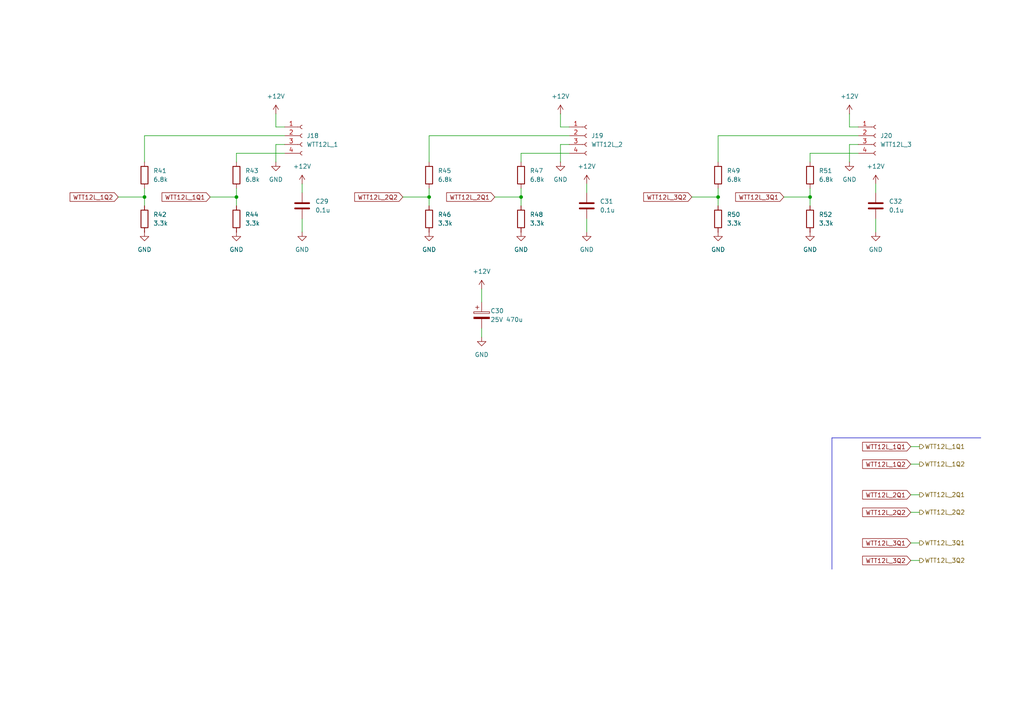
<source format=kicad_sch>
(kicad_sch (version 20250114) (generator "eeschema") (generator_version "9.0")
  (paper "A4")
  (lib_symbols
    (symbol "Connector:Conn_01x04_Socket" (pin_names (offset 1.016) (hide yes))
      (property "Reference" "J" (at 0 5.08 0))
      (property "Value" "Conn_01x04_Socket" (at 0 -7.62 0))
      (symbol "Conn_01x04_Socket_1_1"
        (polyline (pts (xy -1.27 2.54) (xy -0.508 2.54)) (stroke (width 0.1524)))
        (polyline (pts (xy -1.27 0) (xy -0.508 0)) (stroke (width 0.1524)))
        (polyline (pts (xy -1.27 -2.54) (xy -0.508 -2.54)) (stroke (width 0.1524)))
        (polyline (pts (xy -1.27 -5.08) (xy -0.508 -5.08)) (stroke (width 0.1524)))
        (arc (start 0 2.032) (mid -0.5058 2.54) (end 0 3.048) (stroke (width 0.1524)))
        (arc (start 0 -0.508) (mid -0.5058 0) (end 0 0.508) (stroke (width 0.1524)))
        (arc (start 0 -3.048) (mid -0.5058 -2.54) (end 0 -2.032) (stroke (width 0.1524)))
        (arc (start 0 -5.588) (mid -0.5058 -5.08) (end 0 -4.572) (stroke (width 0.1524)))
        (pin passive line (at -5.08 2.54 0) (length 3.81) (name "Pin_1") (number "1"))
        (pin passive line (at -5.08 0 0) (length 3.81) (name "Pin_2") (number "2"))
        (pin passive line (at -5.08 -2.54 0) (length 3.81) (name "Pin_3") (number "3"))
        (pin passive line (at -5.08 -5.08 0) (length 3.81) (name "Pin_4") (number "4"))
      )
    )
    (symbol "Device:C" (pin_numbers (hide yes)) (pin_names (offset 0.254))
      (property "Reference" "C" (at 0.635 2.54 0))
      (property "Value" "C" (at 0.635 -2.54 0))
      (symbol "C_0_1"
        (polyline (pts (xy -2.032 0.762) (xy 2.032 0.762)) (stroke (width 0.508)))
        (polyline (pts (xy -2.032 -0.762) (xy 2.032 -0.762)) (stroke (width 0.508)))
      )
      (symbol "C_1_1"
        (pin passive line (at 0 3.81 270) (length 2.794) (name "~") (number "1"))
        (pin passive line (at 0 -3.81 90) (length 2.794) (name "~") (number "2"))
      )
    )
    (symbol "Device:C_Polarized" (pin_numbers (hide yes)) (pin_names (offset 0.254))
      (property "Reference" "C" (at 0.635 2.54 0))
      (property "Value" "C_Polarized" (at 0.635 -2.54 0))
      (symbol "C_Polarized_0_1"
        (rectangle (start -2.286 0.508) (end 2.286 1.016))
        (polyline (pts (xy -1.778 2.286) (xy -0.762 2.286)))
        (polyline (pts (xy -1.27 2.794) (xy -1.27 1.778)))
        (rectangle (start 2.286 -0.508) (end -2.286 -1.016) (fill (type outline)))
      )
      (symbol "C_Polarized_1_1"
        (pin passive line (at 0 3.81 270) (length 2.794) (name "~") (number "1"))
        (pin passive line (at 0 -3.81 90) (length 2.794) (name "~") (number "2"))
      )
    )
    (symbol "Device:R" (pin_numbers (hide yes)) (pin_names (offset 0))
      (property "Reference" "R" (at 2.032 0 90))
      (property "Value" "R" (at 0 0 90))
      (symbol "R_0_1"
        (rectangle (start -1.016 -2.54) (end 1.016 2.54) (stroke (width 0.254)))
      )
      (symbol "R_1_1"
        (pin passive line (at 0 3.81 270) (length 1.27) (name "~") (number "1"))
        (pin passive line (at 0 -3.81 90) (length 1.27) (name "~") (number "2"))
      )
    )
    (symbol "power:+12V" (power) (pin_numbers (hide yes)) (pin_names (offset 0) (hide yes))
      (property "Value" "+12V" (at 0 3.556 0))
      (symbol "+12V_0_1"
        (polyline (pts (xy -0.762 1.27) (xy 0 2.54)))
        (polyline (pts (xy 0 2.54) (xy 0.762 1.27)))
        (polyline (pts (xy 0 0) (xy 0 2.54)))
      )
      (symbol "+12V_1_1"
        (pin power_in line (at 0 0 90) (length 0) (name "~") (number "1"))
      )
    )
    (symbol "power:GND" (power) (pin_numbers (hide yes)) (pin_names (offset 0) (hide yes))
      (property "Value" "GND" (at 0 -3.81 0))
      (symbol "GND_0_1"
        (polyline (pts (xy 0 0) (xy 0 -1.27) (xy 1.27 -1.27) (xy 0 -2.54) (xy -1.27 -1.27) (xy 0 -1.27)))
      )
      (symbol "GND_1_1"
        (pin power_in line (at 0 0 270) (length 0) (name "~") (number "1"))
      )
    )
  )
  (junction (at 124.46 57.15))
  (junction (at 68.58 57.15))
  (junction (at 208.28 57.15))
  (junction (at 234.95 57.15))
  (junction (at 151.13 57.15))
  (junction (at 41.91 57.15))
  (wire (pts (xy 41.91 54.61) (xy 41.91 57.15)))
  (wire (pts (xy 246.38 46.99) (xy 246.38 41.91)))
  (wire (pts (xy 139.7 97.79) (xy 139.7 95.25)))
  (wire (pts (xy 162.56 33.02) (xy 162.56 36.83)))
  (wire (pts (xy 80.01 46.99) (xy 80.01 41.91)))
  (wire (pts (xy 208.28 54.61) (xy 208.28 57.15)))
  (wire (pts (xy 82.55 39.37) (xy 41.91 39.37)))
  (wire (pts (xy 246.38 41.91) (xy 248.92 41.91)))
  (wire (pts (xy 227.33 57.15) (xy 234.95 57.15)))
  (wire (pts (xy 266.7 157.48) (xy 264.16 157.48)))
  (wire (pts (xy 266.7 129.54) (xy 264.16 129.54)))
  (wire (pts (xy 68.58 44.45) (xy 68.58 46.99)))
  (wire (pts (xy 80.01 33.02) (xy 80.01 36.83)))
  (wire (pts (xy 264.16 148.59) (xy 266.7 148.59)))
  (wire (pts (xy 87.63 53.34) (xy 87.63 55.88)))
  (wire (pts (xy 124.46 54.61) (xy 124.46 57.15)))
  (wire (pts (xy 80.01 41.91) (xy 82.55 41.91)))
  (polyline (pts (xy 284.48 127) (xy 241.3 127)))
  (wire (pts (xy 254 63.5) (xy 254 67.31)))
  (wire (pts (xy 41.91 39.37) (xy 41.91 46.99)))
  (wire (pts (xy 162.56 36.83) (xy 165.1 36.83)))
  (wire (pts (xy 234.95 54.61) (xy 234.95 57.15)))
  (wire (pts (xy 151.13 44.45) (xy 165.1 44.45)))
  (wire (pts (xy 254 53.34) (xy 254 55.88)))
  (wire (pts (xy 60.96 57.15) (xy 68.58 57.15)))
  (wire (pts (xy 234.95 44.45) (xy 248.92 44.45)))
  (wire (pts (xy 264.16 134.62) (xy 266.7 134.62)))
  (wire (pts (xy 34.29 57.15) (xy 41.91 57.15)))
  (wire (pts (xy 165.1 39.37) (xy 124.46 39.37)))
  (wire (pts (xy 162.56 46.99) (xy 162.56 41.91)))
  (wire (pts (xy 266.7 143.51) (xy 264.16 143.51)))
  (wire (pts (xy 139.7 83.82) (xy 139.7 87.63)))
  (wire (pts (xy 208.28 39.37) (xy 208.28 46.99)))
  (wire (pts (xy 87.63 63.5) (xy 87.63 67.31)))
  (wire (pts (xy 151.13 44.45) (xy 151.13 46.99)))
  (wire (pts (xy 264.16 162.56) (xy 266.7 162.56)))
  (wire (pts (xy 151.13 54.61) (xy 151.13 57.15)))
  (wire (pts (xy 170.18 53.34) (xy 170.18 55.88)))
  (wire (pts (xy 162.56 41.91) (xy 165.1 41.91)))
  (wire (pts (xy 68.58 57.15) (xy 68.58 59.69)))
  (wire (pts (xy 170.18 63.5) (xy 170.18 67.31)))
  (wire (pts (xy 246.38 36.83) (xy 248.92 36.83)))
  (wire (pts (xy 234.95 44.45) (xy 234.95 46.99)))
  (wire (pts (xy 234.95 57.15) (xy 234.95 59.69)))
  (wire (pts (xy 124.46 39.37) (xy 124.46 46.99)))
  (wire (pts (xy 68.58 44.45) (xy 82.55 44.45)))
  (wire (pts (xy 151.13 57.15) (xy 151.13 59.69)))
  (wire (pts (xy 200.66 57.15) (xy 208.28 57.15)))
  (wire (pts (xy 68.58 54.61) (xy 68.58 57.15)))
  (wire (pts (xy 246.38 33.02) (xy 246.38 36.83)))
  (wire (pts (xy 124.46 57.15) (xy 124.46 59.69)))
  (wire (pts (xy 248.92 39.37) (xy 208.28 39.37)))
  (wire (pts (xy 41.91 57.15) (xy 41.91 59.69)))
  (wire (pts (xy 143.51 57.15) (xy 151.13 57.15)))
  (wire (pts (xy 208.28 57.15) (xy 208.28 59.69)))
  (wire (pts (xy 80.01 36.83) (xy 82.55 36.83)))
  (wire (pts (xy 116.84 57.15) (xy 124.46 57.15)))
  (polyline (pts (xy 241.3 127) (xy 241.3 165.1)))
  (global_label "WTT12L_2Q2" (shape input) (at 116.84 57.15 180) (property "Intersheetrefs" "${INTERSHEET_REFS}" (effects (hide yes))))
  (global_label "WTT12L_2Q2" (shape input) (at 264.16 148.59 180) (property "Intersheetrefs" "${INTERSHEET_REFS}" (effects (hide yes))))
  (global_label "WTT12L_2Q1" (shape input) (at 143.51 57.15 180) (property "Intersheetrefs" "${INTERSHEET_REFS}" (effects (hide yes))))
  (global_label "WTT12L_1Q2" (shape input) (at 264.16 134.62 180) (property "Intersheetrefs" "${INTERSHEET_REFS}" (effects (hide yes))))
  (global_label "WTT12L_1Q2" (shape input) (at 34.29 57.15 180) (property "Intersheetrefs" "${INTERSHEET_REFS}" (effects (hide yes))))
  (global_label "WTT12L_3Q1" (shape input) (at 227.33 57.15 180) (property "Intersheetrefs" "${INTERSHEET_REFS}" (effects (hide yes))))
  (global_label "WTT12L_3Q2" (shape input) (at 200.66 57.15 180) (property "Intersheetrefs" "${INTERSHEET_REFS}" (effects (hide yes))))
  (global_label "WTT12L_2Q1" (shape input) (at 264.16 143.51 180) (property "Intersheetrefs" "${INTERSHEET_REFS}" (effects (hide yes))))
  (global_label "WTT12L_3Q2" (shape input) (at 264.16 162.56 180) (property "Intersheetrefs" "${INTERSHEET_REFS}" (effects (hide yes))))
  (global_label "WTT12L_1Q1" (shape input) (at 264.16 129.54 180) (property "Intersheetrefs" "${INTERSHEET_REFS}" (effects (hide yes))))
  (global_label "WTT12L_1Q1" (shape input) (at 60.96 57.15 180) (property "Intersheetrefs" "${INTERSHEET_REFS}" (effects (hide yes))))
  (global_label "WTT12L_3Q1" (shape input) (at 264.16 157.48 180) (property "Intersheetrefs" "${INTERSHEET_REFS}" (effects (hide yes))))
  (hierarchical_label "WTT12L_3Q1" (shape output) (at 266.7 157.48 0))
  (hierarchical_label "WTT12L_2Q1" (shape output) (at 266.7 143.51 0))
  (hierarchical_label "WTT12L_2Q2" (shape output) (at 266.7 148.59 0))
  (hierarchical_label "WTT12L_3Q2" (shape output) (at 266.7 162.56 0))
  (hierarchical_label "WTT12L_1Q2" (shape output) (at 266.7 134.62 0))
  (hierarchical_label "WTT12L_1Q1" (shape output) (at 266.7 129.54 0))
  (symbol (lib_id "power:GND") (at 254 67.31 0) (unit 1)
    (property "Reference" "#PWR0134" (effects (hide yes)))
    (property "Value" "GND" (at 254 72.39 0))
    (property "Description" "Power symbol creates a global label with name \"GND\" , ground" (effects (hide yes)))
  )
  (symbol (lib_id "power:+12V") (at 80.01 33.02 0) (unit 1)
    (property "Reference" "#PWR0117" (effects (hide yes)))
    (property "Value" "+12V" (at 80.01 27.94 0))
    (property "Description" "Power symbol creates a global label with name \"+12V\"" (effects (hide yes)))
  )
  (symbol (lib_id "power:GND") (at 151.13 67.31 0) (unit 1)
    (property "Reference" "#PWR0124" (effects (hide yes)))
    (property "Value" "GND" (at 151.13 72.39 0))
    (property "Description" "Power symbol creates a global label with name \"GND\" , ground" (effects (hide yes)))
  )
  (symbol (lib_id "power:+12V") (at 87.63 53.34 0) (unit 1)
    (property "Reference" "#PWR0119" (effects (hide yes)))
    (property "Value" "+12V" (at 87.63 48.26 0))
    (property "Description" "Power symbol creates a global label with name \"+12V\"" (effects (hide yes)))
  )
  (symbol (lib_id "Device:R") (at 68.58 63.5 0) (unit 1)
    (property "Reference" "R44" (at 71.12 62.2299 0) (effects (justify left)))
    (property "Value" "3.3k" (at 71.12 64.7699 0) (effects (justify left)))
    (property "Footprint" "Resistor_SMD:R_0603_1608Metric_Pad0.98x0.95mm_HandSolder" (effects (hide yes)))
    (property "Description" "Resistor" (effects (hide yes)))
  )
  (symbol (lib_id "power:+12V") (at 139.7 83.82 0) (unit 1)
    (property "Reference" "#PWR0122" (effects (hide yes)))
    (property "Value" "+12V" (at 139.7 78.74 0))
    (property "Description" "Power symbol creates a global label with name \"+12V\"" (effects (hide yes)))
  )
  (symbol (lib_id "Connector:Conn_01x04_Socket") (at 254 39.37 0) (unit 1)
    (property "Reference" "J20" (at 255.27 39.3699 0) (effects (justify left)))
    (property "Value" "WTT12L_3" (at 255.27 41.9099 0) (effects (justify left)))
    (property "Footprint" "Connector_JST:JST_XH_B4B-XH-A_1x04_P2.50mm_Vertical" (effects (hide yes)))
    (property "Description" "Generic connector, single row, 01x04, script generated" (effects (hide yes)))
  )
  (symbol (lib_id "power:GND") (at 139.7 97.79 0) (unit 1)
    (property "Reference" "#PWR0123" (effects (hide yes)))
    (property "Value" "GND" (at 139.7 102.87 0))
    (property "Description" "Power symbol creates a global label with name \"GND\" , ground" (effects (hide yes)))
  )
  (symbol (lib_id "power:GND") (at 68.58 67.31 0) (unit 1)
    (property "Reference" "#PWR0116" (effects (hide yes)))
    (property "Value" "GND" (at 68.58 72.39 0))
    (property "Description" "Power symbol creates a global label with name \"GND\" , ground" (effects (hide yes)))
  )
  (symbol (lib_id "Device:C") (at 170.18 59.69 0) (unit 1)
    (property "Reference" "C31" (at 173.99 58.42 0) (effects (justify left)))
    (property "Value" "0.1u" (at 173.99 60.96 0) (effects (justify left)))
    (property "Footprint" "Capacitor_SMD:C_0603_1608Metric_Pad1.08x0.95mm_HandSolder" (effects (hide yes)))
  )
  (symbol (lib_id "Device:R") (at 151.13 50.8 0) (unit 1)
    (property "Reference" "R47" (at 153.67 49.5299 0) (effects (justify left)))
    (property "Value" "6.8k" (at 153.67 52.0699 0) (effects (justify left)))
    (property "Footprint" "Resistor_SMD:R_0603_1608Metric_Pad0.98x0.95mm_HandSolder" (effects (hide yes)))
    (property "Description" "Resistor" (effects (hide yes)))
  )
  (symbol (lib_id "Connector:Conn_01x04_Socket") (at 170.18 39.37 0) (unit 1)
    (property "Reference" "J19" (at 171.45 39.3699 0) (effects (justify left)))
    (property "Value" "WTT12L_2" (at 171.45 41.9099 0) (effects (justify left)))
    (property "Footprint" "Connector_JST:JST_XH_B4B-XH-A_1x04_P2.50mm_Vertical" (effects (hide yes)))
    (property "Description" "Generic connector, single row, 01x04, script generated" (effects (hide yes)))
  )
  (symbol (lib_id "power:GND") (at 87.63 67.31 0) (unit 1)
    (property "Reference" "#PWR0120" (effects (hide yes)))
    (property "Value" "GND" (at 87.63 72.39 0))
    (property "Description" "Power symbol creates a global label with name \"GND\" , ground" (effects (hide yes)))
  )
  (symbol (lib_id "power:GND") (at 80.01 46.99 0) (unit 1)
    (property "Reference" "#PWR0118" (effects (hide yes)))
    (property "Value" "GND" (at 80.01 52.07 0))
    (property "Description" "Power symbol creates a global label with name \"GND\" , ground" (effects (hide yes)))
  )
  (symbol (lib_id "Device:R") (at 68.58 50.8 0) (unit 1)
    (property "Reference" "R43" (at 71.12 49.5299 0) (effects (justify left)))
    (property "Value" "6.8k" (at 71.12 52.0699 0) (effects (justify left)))
    (property "Footprint" "Resistor_SMD:R_0603_1608Metric_Pad0.98x0.95mm_HandSolder" (effects (hide yes)))
    (property "Description" "Resistor" (effects (hide yes)))
  )
  (symbol (lib_id "power:GND") (at 41.91 67.31 0) (unit 1)
    (property "Reference" "#PWR0115" (effects (hide yes)))
    (property "Value" "GND" (at 41.91 72.39 0))
    (property "Description" "Power symbol creates a global label with name \"GND\" , ground" (effects (hide yes)))
  )
  (symbol (lib_id "Device:R") (at 41.91 63.5 0) (unit 1)
    (property "Reference" "R42" (at 44.45 62.2299 0) (effects (justify left)))
    (property "Value" "3.3k" (at 44.45 64.7699 0) (effects (justify left)))
    (property "Footprint" "Resistor_SMD:R_0603_1608Metric_Pad0.98x0.95mm_HandSolder" (effects (hide yes)))
    (property "Description" "Resistor" (effects (hide yes)))
  )
  (symbol (lib_id "power:GND") (at 170.18 67.31 0) (unit 1)
    (property "Reference" "#PWR0128" (effects (hide yes)))
    (property "Value" "GND" (at 170.18 72.39 0))
    (property "Description" "Power symbol creates a global label with name \"GND\" , ground" (effects (hide yes)))
  )
  (symbol (lib_id "Device:R") (at 124.46 50.8 0) (unit 1)
    (property "Reference" "R45" (at 127 49.5299 0) (effects (justify left)))
    (property "Value" "6.8k" (at 127 52.0699 0) (effects (justify left)))
    (property "Footprint" "Resistor_SMD:R_0603_1608Metric_Pad0.98x0.95mm_HandSolder" (effects (hide yes)))
    (property "Description" "Resistor" (effects (hide yes)))
  )
  (symbol (lib_id "Device:C") (at 254 59.69 0) (unit 1)
    (property "Reference" "C32" (at 257.81 58.42 0) (effects (justify left)))
    (property "Value" "0.1u" (at 257.81 60.96 0) (effects (justify left)))
    (property "Footprint" "Capacitor_SMD:C_0603_1608Metric_Pad1.08x0.95mm_HandSolder" (effects (hide yes)))
  )
  (symbol (lib_id "Device:R") (at 151.13 63.5 0) (unit 1)
    (property "Reference" "R48" (at 153.67 62.2299 0) (effects (justify left)))
    (property "Value" "3.3k" (at 153.67 64.7699 0) (effects (justify left)))
    (property "Footprint" "Resistor_SMD:R_0603_1608Metric_Pad0.98x0.95mm_HandSolder" (effects (hide yes)))
    (property "Description" "Resistor" (effects (hide yes)))
  )
  (symbol (lib_id "power:GND") (at 208.28 67.31 0) (unit 1)
    (property "Reference" "#PWR0129" (effects (hide yes)))
    (property "Value" "GND" (at 208.28 72.39 0))
    (property "Description" "Power symbol creates a global label with name \"GND\" , ground" (effects (hide yes)))
  )
  (symbol (lib_id "power:+12V") (at 254 53.34 0) (unit 1)
    (property "Reference" "#PWR0133" (effects (hide yes)))
    (property "Value" "+12V" (at 254 48.26 0))
    (property "Description" "Power symbol creates a global label with name \"+12V\"" (effects (hide yes)))
  )
  (symbol (lib_id "Device:R") (at 234.95 50.8 0) (unit 1)
    (property "Reference" "R51" (at 237.49 49.5299 0) (effects (justify left)))
    (property "Value" "6.8k" (at 237.49 52.0699 0) (effects (justify left)))
    (property "Footprint" "Resistor_SMD:R_0603_1608Metric_Pad0.98x0.95mm_HandSolder" (effects (hide yes)))
    (property "Description" "Resistor" (effects (hide yes)))
  )
  (symbol (lib_id "power:GND") (at 124.46 67.31 0) (unit 1)
    (property "Reference" "#PWR0121" (effects (hide yes)))
    (property "Value" "GND" (at 124.46 72.39 0))
    (property "Description" "Power symbol creates a global label with name \"GND\" , ground" (effects (hide yes)))
  )
  (symbol (lib_id "Device:C_Polarized") (at 139.7 91.44 0) (unit 1)
    (property "Reference" "C30" (at 142.24 90.17 0) (effects (justify left)))
    (property "Value" "25V 470u" (at 142.24 92.71 0) (effects (justify left)))
    (property "Footprint" "Capacitor_THT:CP_Radial_D8.0mm_P3.50mm" (effects (hide yes)))
  )
  (symbol (lib_id "power:GND") (at 234.95 67.31 0) (unit 1)
    (property "Reference" "#PWR0130" (effects (hide yes)))
    (property "Value" "GND" (at 234.95 72.39 0))
    (property "Description" "Power symbol creates a global label with name \"GND\" , ground" (effects (hide yes)))
  )
  (symbol (lib_id "Device:R") (at 41.91 50.8 0) (unit 1)
    (property "Reference" "R41" (at 44.45 49.5299 0) (effects (justify left)))
    (property "Value" "6.8k" (at 44.45 52.0699 0) (effects (justify left)))
    (property "Footprint" "Resistor_SMD:R_0603_1608Metric_Pad0.98x0.95mm_HandSolder" (effects (hide yes)))
    (property "Description" "Resistor" (effects (hide yes)))
  )
  (symbol (lib_id "power:+12V") (at 246.38 33.02 0) (unit 1)
    (property "Reference" "#PWR0131" (effects (hide yes)))
    (property "Value" "+12V" (at 246.38 27.94 0))
    (property "Description" "Power symbol creates a global label with name \"+12V\"" (effects (hide yes)))
  )
  (symbol (lib_id "power:+12V") (at 162.56 33.02 0) (unit 1)
    (property "Reference" "#PWR0125" (effects (hide yes)))
    (property "Value" "+12V" (at 162.56 27.94 0))
    (property "Description" "Power symbol creates a global label with name \"+12V\"" (effects (hide yes)))
  )
  (symbol (lib_id "Device:R") (at 124.46 63.5 0) (unit 1)
    (property "Reference" "R46" (at 127 62.2299 0) (effects (justify left)))
    (property "Value" "3.3k" (at 127 64.7699 0) (effects (justify left)))
    (property "Footprint" "Resistor_SMD:R_0603_1608Metric_Pad0.98x0.95mm_HandSolder" (effects (hide yes)))
    (property "Description" "Resistor" (effects (hide yes)))
  )
  (symbol (lib_id "Device:R") (at 234.95 63.5 0) (unit 1)
    (property "Reference" "R52" (at 237.49 62.2299 0) (effects (justify left)))
    (property "Value" "3.3k" (at 237.49 64.7699 0) (effects (justify left)))
    (property "Footprint" "Resistor_SMD:R_0603_1608Metric_Pad0.98x0.95mm_HandSolder" (effects (hide yes)))
    (property "Description" "Resistor" (effects (hide yes)))
  )
  (symbol (lib_id "power:+12V") (at 170.18 53.34 0) (unit 1)
    (property "Reference" "#PWR0127" (effects (hide yes)))
    (property "Value" "+12V" (at 170.18 48.26 0))
    (property "Description" "Power symbol creates a global label with name \"+12V\"" (effects (hide yes)))
  )
  (symbol (lib_id "Device:C") (at 87.63 59.69 0) (unit 1)
    (property "Reference" "C29" (at 91.44 58.42 0) (effects (justify left)))
    (property "Value" "0.1u" (at 91.44 60.96 0) (effects (justify left)))
    (property "Footprint" "Capacitor_SMD:C_0603_1608Metric_Pad1.08x0.95mm_HandSolder" (effects (hide yes)))
  )
  (symbol (lib_id "power:GND") (at 246.38 46.99 0) (unit 1)
    (property "Reference" "#PWR0132" (effects (hide yes)))
    (property "Value" "GND" (at 246.38 52.07 0))
    (property "Description" "Power symbol creates a global label with name \"GND\" , ground" (effects (hide yes)))
  )
  (symbol (lib_id "Device:R") (at 208.28 50.8 0) (unit 1)
    (property "Reference" "R49" (at 210.82 49.5299 0) (effects (justify left)))
    (property "Value" "6.8k" (at 210.82 52.0699 0) (effects (justify left)))
    (property "Footprint" "Resistor_SMD:R_0603_1608Metric_Pad0.98x0.95mm_HandSolder" (effects (hide yes)))
    (property "Description" "Resistor" (effects (hide yes)))
  )
  (symbol (lib_id "Device:R") (at 208.28 63.5 0) (unit 1)
    (property "Reference" "R50" (at 210.82 62.2299 0) (effects (justify left)))
    (property "Value" "3.3k" (at 210.82 64.7699 0) (effects (justify left)))
    (property "Footprint" "Resistor_SMD:R_0603_1608Metric_Pad0.98x0.95mm_HandSolder" (effects (hide yes)))
    (property "Description" "Resistor" (effects (hide yes)))
  )
  (symbol (lib_id "Connector:Conn_01x04_Socket") (at 87.63 39.37 0) (unit 1)
    (property "Reference" "J18" (at 88.9 39.3699 0) (effects (justify left)))
    (property "Value" "WTT12L_1" (at 88.9 41.9099 0) (effects (justify left)))
    (property "Footprint" "Connector_JST:JST_XH_B4B-XH-A_1x04_P2.50mm_Vertical" (effects (hide yes)))
    (property "Description" "Generic connector, single row, 01x04, script generated" (effects (hide yes)))
  )
  (symbol (lib_id "power:GND") (at 162.56 46.99 0) (unit 1)
    (property "Reference" "#PWR0126" (effects (hide yes)))
    (property "Value" "GND" (at 162.56 52.07 0))
    (property "Description" "Power symbol creates a global label with name \"GND\" , ground" (effects (hide yes)))
  )
)
</source>
